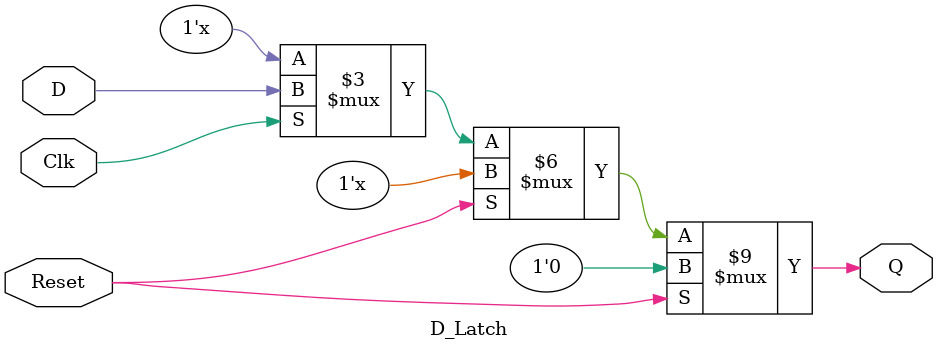
<source format=v>

module D_Latch (
    input  wire Clk,     // level-sensitive enable (latch opens when Clk=1)
    input  wire Reset,   // async active-high reset
    input  wire D,       // data input
    output reg  Q        // latched output
);

    // Latch modeling: level-sensitive behavior
    // Sensitivity list includes signals that can change Q "immediately"
    always @(*) begin
        if (Reset) begin
            Q = 1'b0;             // async clear
        end else if (Clk) begin
            Q = D;                // transparent when Clk=1
        end
        // else: no assignment → Q retains previous value (latch behavior)
    end

endmodule

</source>
